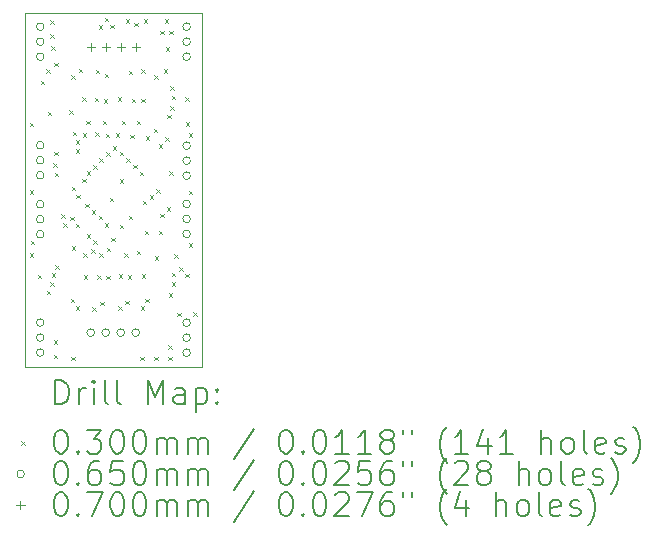
<source format=gbr>
%TF.GenerationSoftware,KiCad,Pcbnew,8.0.7-8.0.7-0~ubuntu24.04.1*%
%TF.CreationDate,2024-12-29T20:55:18-07:00*%
%TF.ProjectId,ESP32-S3 Hub,45535033-322d-4533-9320-4875622e6b69,V1*%
%TF.SameCoordinates,Original*%
%TF.FileFunction,Drillmap*%
%TF.FilePolarity,Positive*%
%FSLAX45Y45*%
G04 Gerber Fmt 4.5, Leading zero omitted, Abs format (unit mm)*
G04 Created by KiCad (PCBNEW 8.0.7-8.0.7-0~ubuntu24.04.1) date 2024-12-29 20:55:18*
%MOMM*%
%LPD*%
G01*
G04 APERTURE LIST*
%ADD10C,0.050000*%
%ADD11C,0.200000*%
%ADD12C,0.100000*%
G04 APERTURE END LIST*
D10*
X14790000Y-8180000D02*
X16290000Y-8180000D01*
X16290000Y-11180000D01*
X14790000Y-11180000D01*
X14790000Y-8180000D01*
D11*
D12*
X14833000Y-9111245D02*
X14863000Y-9141245D01*
X14863000Y-9111245D02*
X14833000Y-9141245D01*
X14833000Y-9685000D02*
X14863000Y-9715000D01*
X14863000Y-9685000D02*
X14833000Y-9715000D01*
X14833000Y-10218172D02*
X14863000Y-10248172D01*
X14863000Y-10218172D02*
X14833000Y-10248172D01*
X14839958Y-10112609D02*
X14869958Y-10142609D01*
X14869958Y-10112609D02*
X14839958Y-10142609D01*
X14898628Y-10398239D02*
X14928628Y-10428239D01*
X14928628Y-10398239D02*
X14898628Y-10428239D01*
X14923000Y-8756813D02*
X14953000Y-8786813D01*
X14953000Y-8756813D02*
X14923000Y-8786813D01*
X14971970Y-8660290D02*
X15001970Y-8690290D01*
X15001970Y-8660290D02*
X14971970Y-8690290D01*
X14975000Y-10534700D02*
X15005000Y-10564700D01*
X15005000Y-10534700D02*
X14975000Y-10564700D01*
X14985000Y-9020000D02*
X15015000Y-9050000D01*
X15015000Y-9020000D02*
X14985000Y-9050000D01*
X15005000Y-8245000D02*
X15035000Y-8275000D01*
X15035000Y-8245000D02*
X15005000Y-8275000D01*
X15005000Y-8363523D02*
X15035000Y-8393524D01*
X15035000Y-8363523D02*
X15005000Y-8393524D01*
X15006628Y-10461217D02*
X15036628Y-10491217D01*
X15036628Y-10461217D02*
X15006628Y-10491217D01*
X15015000Y-8465000D02*
X15045000Y-8495000D01*
X15045000Y-8465000D02*
X15015000Y-8495000D01*
X15017823Y-10386046D02*
X15047823Y-10416046D01*
X15047823Y-10386046D02*
X15017823Y-10416046D01*
X15031803Y-9456457D02*
X15061803Y-9486457D01*
X15061803Y-9456457D02*
X15031803Y-9486457D01*
X15035000Y-10955000D02*
X15065000Y-10985000D01*
X15065000Y-10955000D02*
X15035000Y-10985000D01*
X15035000Y-11075000D02*
X15065000Y-11105000D01*
X15065000Y-11075000D02*
X15035000Y-11105000D01*
X15038696Y-9356948D02*
X15068696Y-9386948D01*
X15068696Y-9356948D02*
X15038696Y-9386948D01*
X15039500Y-8605000D02*
X15069500Y-8635000D01*
X15069500Y-8605000D02*
X15039500Y-8635000D01*
X15045000Y-9535000D02*
X15075000Y-9565000D01*
X15075000Y-9535000D02*
X15045000Y-9565000D01*
X15049334Y-10316886D02*
X15079334Y-10346886D01*
X15079334Y-10316886D02*
X15049334Y-10346886D01*
X15099195Y-9889149D02*
X15129195Y-9919149D01*
X15129195Y-9889149D02*
X15099195Y-9919149D01*
X15114467Y-9964000D02*
X15144467Y-9994000D01*
X15144467Y-9964000D02*
X15114467Y-9994000D01*
X15164361Y-9006237D02*
X15194361Y-9036237D01*
X15194361Y-9006237D02*
X15164361Y-9036237D01*
X15172558Y-9908996D02*
X15202558Y-9938996D01*
X15202558Y-9908996D02*
X15172558Y-9938996D01*
X15178235Y-10602000D02*
X15208235Y-10632000D01*
X15208235Y-10602000D02*
X15178235Y-10632000D01*
X15183500Y-8712000D02*
X15213500Y-8742000D01*
X15213500Y-8712000D02*
X15183500Y-8742000D01*
X15185000Y-11095000D02*
X15215000Y-11125000D01*
X15215000Y-11095000D02*
X15185000Y-11125000D01*
X15186000Y-10156260D02*
X15216000Y-10186260D01*
X15216000Y-10156260D02*
X15186000Y-10186260D01*
X15188320Y-9654892D02*
X15218320Y-9684892D01*
X15218320Y-9654892D02*
X15188320Y-9684892D01*
X15196637Y-9188355D02*
X15226637Y-9218355D01*
X15226637Y-9188355D02*
X15196637Y-9218355D01*
X15219396Y-9260868D02*
X15249396Y-9290868D01*
X15249396Y-9260868D02*
X15219396Y-9290868D01*
X15219396Y-9336868D02*
X15249396Y-9366868D01*
X15249396Y-9336868D02*
X15219396Y-9366868D01*
X15220405Y-9968045D02*
X15250405Y-9998045D01*
X15250405Y-9968045D02*
X15220405Y-9998045D01*
X15221553Y-10664447D02*
X15251553Y-10694447D01*
X15251553Y-10664447D02*
X15221553Y-10694447D01*
X15226985Y-9720322D02*
X15256985Y-9750322D01*
X15256985Y-9720322D02*
X15226985Y-9750322D01*
X15246445Y-8657180D02*
X15276445Y-8687180D01*
X15276445Y-8657180D02*
X15246445Y-8687180D01*
X15274592Y-8897525D02*
X15304592Y-8927525D01*
X15304592Y-8897525D02*
X15274592Y-8927525D01*
X15274656Y-9588493D02*
X15304656Y-9618493D01*
X15304656Y-9588493D02*
X15274656Y-9618493D01*
X15280441Y-9203754D02*
X15310441Y-9233754D01*
X15310441Y-9203754D02*
X15280441Y-9233754D01*
X15285536Y-10216000D02*
X15315536Y-10246000D01*
X15315536Y-10216000D02*
X15285536Y-10246000D01*
X15288666Y-10405000D02*
X15318666Y-10435000D01*
X15318666Y-10405000D02*
X15288666Y-10435000D01*
X15303116Y-9797180D02*
X15333116Y-9827180D01*
X15333116Y-9797180D02*
X15303116Y-9827180D01*
X15311560Y-9095518D02*
X15341560Y-9125518D01*
X15341560Y-9095518D02*
X15311560Y-9125518D01*
X15313042Y-9522467D02*
X15343042Y-9552467D01*
X15343042Y-9522467D02*
X15313042Y-9552467D01*
X15315000Y-10055000D02*
X15345000Y-10085000D01*
X15345000Y-10055000D02*
X15315000Y-10085000D01*
X15353971Y-10182945D02*
X15383971Y-10212945D01*
X15383971Y-10182945D02*
X15353971Y-10212945D01*
X15356117Y-9851649D02*
X15386117Y-9881649D01*
X15386117Y-9851649D02*
X15356117Y-9881649D01*
X15358577Y-10673276D02*
X15388577Y-10703276D01*
X15388577Y-10673276D02*
X15358577Y-10703276D01*
X15369027Y-10108452D02*
X15399027Y-10138452D01*
X15399027Y-10108452D02*
X15369027Y-10138452D01*
X15370679Y-9471000D02*
X15400679Y-9501000D01*
X15400679Y-9471000D02*
X15370679Y-9501000D01*
X15383324Y-8901123D02*
X15413324Y-8931123D01*
X15413324Y-8901123D02*
X15383324Y-8931123D01*
X15388441Y-9194240D02*
X15418441Y-9224240D01*
X15418441Y-9194240D02*
X15388441Y-9224240D01*
X15392000Y-8665000D02*
X15422000Y-8695000D01*
X15422000Y-8665000D02*
X15392000Y-8695000D01*
X15405000Y-10405000D02*
X15435000Y-10435000D01*
X15435000Y-10405000D02*
X15405000Y-10435000D01*
X15414245Y-9900610D02*
X15444245Y-9930610D01*
X15444245Y-9900610D02*
X15414245Y-9930610D01*
X15415000Y-8285000D02*
X15445000Y-8315000D01*
X15445000Y-8285000D02*
X15415000Y-8315000D01*
X15420993Y-9413852D02*
X15450993Y-9443852D01*
X15450993Y-9413852D02*
X15420993Y-9443852D01*
X15422232Y-10216359D02*
X15452232Y-10246359D01*
X15452232Y-10216359D02*
X15422232Y-10246359D01*
X15428887Y-10628392D02*
X15458887Y-10658392D01*
X15458887Y-10628392D02*
X15428887Y-10658392D01*
X15448592Y-9095354D02*
X15478592Y-9125354D01*
X15478592Y-9095354D02*
X15448592Y-9125354D01*
X15458137Y-8914505D02*
X15488137Y-8944505D01*
X15488137Y-8914505D02*
X15458137Y-8944505D01*
X15465000Y-8223000D02*
X15495000Y-8253000D01*
X15495000Y-8223000D02*
X15465000Y-8253000D01*
X15465366Y-8696898D02*
X15495366Y-8726898D01*
X15495366Y-8696898D02*
X15465366Y-8726898D01*
X15467983Y-9962017D02*
X15497983Y-9992017D01*
X15497983Y-9962017D02*
X15467983Y-9992017D01*
X15475000Y-9207354D02*
X15505000Y-9237354D01*
X15505000Y-9207354D02*
X15475000Y-9237354D01*
X15478183Y-9361755D02*
X15508183Y-9391755D01*
X15508183Y-9361755D02*
X15478183Y-9391755D01*
X15480954Y-10407656D02*
X15510954Y-10437656D01*
X15510954Y-10407656D02*
X15480954Y-10437656D01*
X15483201Y-10170985D02*
X15513201Y-10200985D01*
X15513201Y-10170985D02*
X15483201Y-10200985D01*
X15509660Y-9749231D02*
X15539660Y-9779231D01*
X15539660Y-9749231D02*
X15509660Y-9779231D01*
X15511338Y-8283240D02*
X15541338Y-8313240D01*
X15541338Y-8283240D02*
X15511338Y-8313240D01*
X15523727Y-10085215D02*
X15553727Y-10115215D01*
X15553727Y-10085215D02*
X15523727Y-10115215D01*
X15534742Y-9310989D02*
X15564742Y-9340989D01*
X15564742Y-9310989D02*
X15534742Y-9340989D01*
X15560765Y-9202659D02*
X15590765Y-9232659D01*
X15590765Y-9202659D02*
X15560765Y-9232659D01*
X15575000Y-8898000D02*
X15605000Y-8928000D01*
X15605000Y-8898000D02*
X15575000Y-8928000D01*
X15582916Y-10667970D02*
X15612916Y-10697970D01*
X15612916Y-10667970D02*
X15582916Y-10697970D01*
X15584819Y-10395889D02*
X15614819Y-10425889D01*
X15614819Y-10395889D02*
X15584819Y-10425889D01*
X15592322Y-9592322D02*
X15622322Y-9622322D01*
X15622322Y-9592322D02*
X15592322Y-9622322D01*
X15593820Y-9976180D02*
X15623820Y-10006180D01*
X15623820Y-9976180D02*
X15593820Y-10006180D01*
X15595232Y-9357000D02*
X15625232Y-9387000D01*
X15625232Y-9357000D02*
X15595232Y-9387000D01*
X15609449Y-9095836D02*
X15639449Y-9125836D01*
X15639449Y-9095836D02*
X15609449Y-9125836D01*
X15630183Y-10216120D02*
X15660183Y-10246120D01*
X15660183Y-10216120D02*
X15630183Y-10246120D01*
X15640717Y-10618623D02*
X15670717Y-10648623D01*
X15670717Y-10618623D02*
X15640717Y-10648623D01*
X15645000Y-8235000D02*
X15675000Y-8265000D01*
X15675000Y-8235000D02*
X15645000Y-8265000D01*
X15650239Y-9411000D02*
X15680239Y-9441000D01*
X15680239Y-9411000D02*
X15650239Y-9441000D01*
X15660604Y-10401609D02*
X15690604Y-10431609D01*
X15690604Y-10401609D02*
X15660604Y-10431609D01*
X15669550Y-8672880D02*
X15699550Y-8702880D01*
X15699550Y-8672880D02*
X15669550Y-8702880D01*
X15671375Y-9901000D02*
X15701375Y-9931000D01*
X15701375Y-9901000D02*
X15671375Y-9931000D01*
X15680825Y-9212262D02*
X15710825Y-9242262D01*
X15710825Y-9212262D02*
X15680825Y-9242262D01*
X15697000Y-8910500D02*
X15727000Y-8940500D01*
X15727000Y-8910500D02*
X15697000Y-8940500D01*
X15706899Y-9467662D02*
X15736899Y-9497662D01*
X15736899Y-9467662D02*
X15706899Y-9497662D01*
X15715000Y-8265000D02*
X15745000Y-8295000D01*
X15745000Y-8265000D02*
X15715000Y-8295000D01*
X15739000Y-9095655D02*
X15769000Y-9125655D01*
X15769000Y-9095655D02*
X15739000Y-9125655D01*
X15739000Y-10198190D02*
X15769000Y-10228190D01*
X15769000Y-10198190D02*
X15739000Y-10228190D01*
X15762444Y-9527578D02*
X15792444Y-9557578D01*
X15792444Y-9527578D02*
X15762444Y-9557578D01*
X15765000Y-11095000D02*
X15795000Y-11125000D01*
X15795000Y-11095000D02*
X15765000Y-11125000D01*
X15770693Y-10666992D02*
X15800693Y-10696992D01*
X15800693Y-10666992D02*
X15770693Y-10696992D01*
X15777000Y-8910500D02*
X15807000Y-8940500D01*
X15807000Y-8910500D02*
X15777000Y-8940500D01*
X15777550Y-8658112D02*
X15807550Y-8688112D01*
X15807550Y-8658112D02*
X15777550Y-8688112D01*
X15781000Y-10396500D02*
X15811000Y-10426500D01*
X15811000Y-10396500D02*
X15781000Y-10426500D01*
X15789840Y-9774759D02*
X15819840Y-9804759D01*
X15819840Y-9774759D02*
X15789840Y-9804759D01*
X15795000Y-8235000D02*
X15825000Y-8265000D01*
X15825000Y-8235000D02*
X15795000Y-8265000D01*
X15805373Y-10026544D02*
X15835373Y-10056544D01*
X15835373Y-10026544D02*
X15805373Y-10056544D01*
X15810090Y-10602000D02*
X15840090Y-10632000D01*
X15840090Y-10602000D02*
X15810090Y-10632000D01*
X15815000Y-9229000D02*
X15845000Y-9259000D01*
X15845000Y-9229000D02*
X15815000Y-9259000D01*
X15849566Y-9727761D02*
X15879566Y-9757761D01*
X15879566Y-9727761D02*
X15849566Y-9757761D01*
X15881043Y-9161595D02*
X15911043Y-9191595D01*
X15911043Y-9161595D02*
X15881043Y-9191595D01*
X15885000Y-11095000D02*
X15915000Y-11125000D01*
X15915000Y-11095000D02*
X15885000Y-11125000D01*
X15887993Y-8712000D02*
X15917993Y-8742000D01*
X15917993Y-8712000D02*
X15887993Y-8742000D01*
X15889000Y-10242113D02*
X15919000Y-10272113D01*
X15919000Y-10242113D02*
X15889000Y-10272113D01*
X15903686Y-9673705D02*
X15933686Y-9703705D01*
X15933686Y-9673705D02*
X15903686Y-9703705D01*
X15925000Y-9295853D02*
X15955000Y-9325853D01*
X15955000Y-9295853D02*
X15925000Y-9325853D01*
X15925000Y-10026544D02*
X15955000Y-10056544D01*
X15955000Y-10026544D02*
X15925000Y-10056544D01*
X15935000Y-8335000D02*
X15965000Y-8365000D01*
X15965000Y-8335000D02*
X15935000Y-8365000D01*
X15937548Y-9882512D02*
X15967548Y-9912512D01*
X15967548Y-9882512D02*
X15937548Y-9912512D01*
X15965000Y-8658000D02*
X15995000Y-8688000D01*
X15995000Y-8658000D02*
X15965000Y-8688000D01*
X15975000Y-8235000D02*
X16005000Y-8265000D01*
X16005000Y-8235000D02*
X15975000Y-8265000D01*
X15979000Y-9235000D02*
X16009000Y-9265000D01*
X16009000Y-9235000D02*
X15979000Y-9265000D01*
X15985000Y-8475000D02*
X16015000Y-8505000D01*
X16015000Y-8475000D02*
X15985000Y-8505000D01*
X15990806Y-9828294D02*
X16020806Y-9858294D01*
X16020806Y-9828294D02*
X15990806Y-9858294D01*
X15995750Y-9045174D02*
X16025750Y-9075174D01*
X16025750Y-9045174D02*
X15995750Y-9075174D01*
X16005000Y-10995000D02*
X16035000Y-11025000D01*
X16035000Y-10995000D02*
X16005000Y-11025000D01*
X16005000Y-11095000D02*
X16035000Y-11125000D01*
X16035000Y-11095000D02*
X16005000Y-11125000D01*
X16009647Y-10556647D02*
X16039647Y-10586647D01*
X16039647Y-10556647D02*
X16009647Y-10586647D01*
X16015000Y-9525000D02*
X16045000Y-9555000D01*
X16045000Y-9525000D02*
X16015000Y-9555000D01*
X16015000Y-8335000D02*
X16045000Y-8365000D01*
X16045000Y-8335000D02*
X16015000Y-8365000D01*
X16019428Y-8803699D02*
X16049428Y-8833699D01*
X16049428Y-8803699D02*
X16019428Y-8833699D01*
X16021000Y-8973489D02*
X16051000Y-9003489D01*
X16051000Y-8973489D02*
X16021000Y-9003489D01*
X16035000Y-8885000D02*
X16065000Y-8915000D01*
X16065000Y-8885000D02*
X16035000Y-8915000D01*
X16035000Y-10465000D02*
X16065000Y-10495000D01*
X16065000Y-10465000D02*
X16035000Y-10495000D01*
X16035591Y-10383000D02*
X16065591Y-10413000D01*
X16065591Y-10383000D02*
X16035591Y-10413000D01*
X16055000Y-10225000D02*
X16085000Y-10255000D01*
X16085000Y-10225000D02*
X16055000Y-10255000D01*
X16080423Y-10719966D02*
X16110423Y-10749966D01*
X16110423Y-10719966D02*
X16080423Y-10749966D01*
X16095845Y-10336681D02*
X16125845Y-10366681D01*
X16125845Y-10336681D02*
X16095845Y-10366681D01*
X16149000Y-8895000D02*
X16179000Y-8925000D01*
X16179000Y-8895000D02*
X16149000Y-8925000D01*
X16149000Y-10391000D02*
X16179000Y-10421000D01*
X16179000Y-10391000D02*
X16149000Y-10421000D01*
X16153283Y-9106876D02*
X16183283Y-9136876D01*
X16183283Y-9106876D02*
X16153283Y-9136876D01*
X16177288Y-9200593D02*
X16207288Y-9230593D01*
X16207288Y-9200593D02*
X16177288Y-9230593D01*
X16177288Y-9689000D02*
X16207288Y-9719000D01*
X16207288Y-9689000D02*
X16177288Y-9719000D01*
X16177288Y-10135000D02*
X16207288Y-10165000D01*
X16207288Y-10135000D02*
X16177288Y-10165000D01*
X16217000Y-10715000D02*
X16247000Y-10745000D01*
X16247000Y-10715000D02*
X16217000Y-10745000D01*
X14952500Y-8300000D02*
G75*
G02*
X14887500Y-8300000I-32500J0D01*
G01*
X14887500Y-8300000D02*
G75*
G02*
X14952500Y-8300000I32500J0D01*
G01*
X14952500Y-8427000D02*
G75*
G02*
X14887500Y-8427000I-32500J0D01*
G01*
X14887500Y-8427000D02*
G75*
G02*
X14952500Y-8427000I32500J0D01*
G01*
X14952500Y-8554000D02*
G75*
G02*
X14887500Y-8554000I-32500J0D01*
G01*
X14887500Y-8554000D02*
G75*
G02*
X14952500Y-8554000I32500J0D01*
G01*
X14952500Y-9302500D02*
G75*
G02*
X14887500Y-9302500I-32500J0D01*
G01*
X14887500Y-9302500D02*
G75*
G02*
X14952500Y-9302500I32500J0D01*
G01*
X14952500Y-9429500D02*
G75*
G02*
X14887500Y-9429500I-32500J0D01*
G01*
X14887500Y-9429500D02*
G75*
G02*
X14952500Y-9429500I32500J0D01*
G01*
X14952500Y-9556500D02*
G75*
G02*
X14887500Y-9556500I-32500J0D01*
G01*
X14887500Y-9556500D02*
G75*
G02*
X14952500Y-9556500I32500J0D01*
G01*
X14952500Y-9802500D02*
G75*
G02*
X14887500Y-9802500I-32500J0D01*
G01*
X14887500Y-9802500D02*
G75*
G02*
X14952500Y-9802500I32500J0D01*
G01*
X14952500Y-9929500D02*
G75*
G02*
X14887500Y-9929500I-32500J0D01*
G01*
X14887500Y-9929500D02*
G75*
G02*
X14952500Y-9929500I32500J0D01*
G01*
X14952500Y-10056500D02*
G75*
G02*
X14887500Y-10056500I-32500J0D01*
G01*
X14887500Y-10056500D02*
G75*
G02*
X14952500Y-10056500I32500J0D01*
G01*
X14952500Y-10805000D02*
G75*
G02*
X14887500Y-10805000I-32500J0D01*
G01*
X14887500Y-10805000D02*
G75*
G02*
X14952500Y-10805000I32500J0D01*
G01*
X14952500Y-10932000D02*
G75*
G02*
X14887500Y-10932000I-32500J0D01*
G01*
X14887500Y-10932000D02*
G75*
G02*
X14952500Y-10932000I32500J0D01*
G01*
X14952500Y-11059000D02*
G75*
G02*
X14887500Y-11059000I-32500J0D01*
G01*
X14887500Y-11059000D02*
G75*
G02*
X14952500Y-11059000I32500J0D01*
G01*
X15380500Y-10890000D02*
G75*
G02*
X15315500Y-10890000I-32500J0D01*
G01*
X15315500Y-10890000D02*
G75*
G02*
X15380500Y-10890000I32500J0D01*
G01*
X15507500Y-10890000D02*
G75*
G02*
X15442500Y-10890000I-32500J0D01*
G01*
X15442500Y-10890000D02*
G75*
G02*
X15507500Y-10890000I32500J0D01*
G01*
X15634500Y-10890000D02*
G75*
G02*
X15569500Y-10890000I-32500J0D01*
G01*
X15569500Y-10890000D02*
G75*
G02*
X15634500Y-10890000I32500J0D01*
G01*
X15761500Y-10890000D02*
G75*
G02*
X15696500Y-10890000I-32500J0D01*
G01*
X15696500Y-10890000D02*
G75*
G02*
X15761500Y-10890000I32500J0D01*
G01*
X16192500Y-8298500D02*
G75*
G02*
X16127500Y-8298500I-32500J0D01*
G01*
X16127500Y-8298500D02*
G75*
G02*
X16192500Y-8298500I32500J0D01*
G01*
X16192500Y-8425500D02*
G75*
G02*
X16127500Y-8425500I-32500J0D01*
G01*
X16127500Y-8425500D02*
G75*
G02*
X16192500Y-8425500I32500J0D01*
G01*
X16192500Y-8552500D02*
G75*
G02*
X16127500Y-8552500I-32500J0D01*
G01*
X16127500Y-8552500D02*
G75*
G02*
X16192500Y-8552500I32500J0D01*
G01*
X16192500Y-9306000D02*
G75*
G02*
X16127500Y-9306000I-32500J0D01*
G01*
X16127500Y-9306000D02*
G75*
G02*
X16192500Y-9306000I32500J0D01*
G01*
X16192500Y-9433000D02*
G75*
G02*
X16127500Y-9433000I-32500J0D01*
G01*
X16127500Y-9433000D02*
G75*
G02*
X16192500Y-9433000I32500J0D01*
G01*
X16192500Y-9560000D02*
G75*
G02*
X16127500Y-9560000I-32500J0D01*
G01*
X16127500Y-9560000D02*
G75*
G02*
X16192500Y-9560000I32500J0D01*
G01*
X16192500Y-9800000D02*
G75*
G02*
X16127500Y-9800000I-32500J0D01*
G01*
X16127500Y-9800000D02*
G75*
G02*
X16192500Y-9800000I32500J0D01*
G01*
X16192500Y-9927000D02*
G75*
G02*
X16127500Y-9927000I-32500J0D01*
G01*
X16127500Y-9927000D02*
G75*
G02*
X16192500Y-9927000I32500J0D01*
G01*
X16192500Y-10054000D02*
G75*
G02*
X16127500Y-10054000I-32500J0D01*
G01*
X16127500Y-10054000D02*
G75*
G02*
X16192500Y-10054000I32500J0D01*
G01*
X16192500Y-10806000D02*
G75*
G02*
X16127500Y-10806000I-32500J0D01*
G01*
X16127500Y-10806000D02*
G75*
G02*
X16192500Y-10806000I32500J0D01*
G01*
X16192500Y-10933000D02*
G75*
G02*
X16127500Y-10933000I-32500J0D01*
G01*
X16127500Y-10933000D02*
G75*
G02*
X16192500Y-10933000I32500J0D01*
G01*
X16192500Y-11060000D02*
G75*
G02*
X16127500Y-11060000I-32500J0D01*
G01*
X16127500Y-11060000D02*
G75*
G02*
X16192500Y-11060000I32500J0D01*
G01*
X15349000Y-8435000D02*
X15349000Y-8505000D01*
X15314000Y-8470000D02*
X15384000Y-8470000D01*
X15476000Y-8435000D02*
X15476000Y-8505000D01*
X15441000Y-8470000D02*
X15511000Y-8470000D01*
X15603000Y-8435000D02*
X15603000Y-8505000D01*
X15568000Y-8470000D02*
X15638000Y-8470000D01*
X15730000Y-8435000D02*
X15730000Y-8505000D01*
X15695000Y-8470000D02*
X15765000Y-8470000D01*
D11*
X15048277Y-11493984D02*
X15048277Y-11293984D01*
X15048277Y-11293984D02*
X15095896Y-11293984D01*
X15095896Y-11293984D02*
X15124467Y-11303508D01*
X15124467Y-11303508D02*
X15143515Y-11322555D01*
X15143515Y-11322555D02*
X15153039Y-11341603D01*
X15153039Y-11341603D02*
X15162562Y-11379698D01*
X15162562Y-11379698D02*
X15162562Y-11408269D01*
X15162562Y-11408269D02*
X15153039Y-11446365D01*
X15153039Y-11446365D02*
X15143515Y-11465412D01*
X15143515Y-11465412D02*
X15124467Y-11484460D01*
X15124467Y-11484460D02*
X15095896Y-11493984D01*
X15095896Y-11493984D02*
X15048277Y-11493984D01*
X15248277Y-11493984D02*
X15248277Y-11360650D01*
X15248277Y-11398746D02*
X15257801Y-11379698D01*
X15257801Y-11379698D02*
X15267324Y-11370174D01*
X15267324Y-11370174D02*
X15286372Y-11360650D01*
X15286372Y-11360650D02*
X15305420Y-11360650D01*
X15372086Y-11493984D02*
X15372086Y-11360650D01*
X15372086Y-11293984D02*
X15362562Y-11303508D01*
X15362562Y-11303508D02*
X15372086Y-11313031D01*
X15372086Y-11313031D02*
X15381610Y-11303508D01*
X15381610Y-11303508D02*
X15372086Y-11293984D01*
X15372086Y-11293984D02*
X15372086Y-11313031D01*
X15495896Y-11493984D02*
X15476848Y-11484460D01*
X15476848Y-11484460D02*
X15467324Y-11465412D01*
X15467324Y-11465412D02*
X15467324Y-11293984D01*
X15600658Y-11493984D02*
X15581610Y-11484460D01*
X15581610Y-11484460D02*
X15572086Y-11465412D01*
X15572086Y-11465412D02*
X15572086Y-11293984D01*
X15829229Y-11493984D02*
X15829229Y-11293984D01*
X15829229Y-11293984D02*
X15895896Y-11436841D01*
X15895896Y-11436841D02*
X15962562Y-11293984D01*
X15962562Y-11293984D02*
X15962562Y-11493984D01*
X16143515Y-11493984D02*
X16143515Y-11389222D01*
X16143515Y-11389222D02*
X16133991Y-11370174D01*
X16133991Y-11370174D02*
X16114943Y-11360650D01*
X16114943Y-11360650D02*
X16076848Y-11360650D01*
X16076848Y-11360650D02*
X16057801Y-11370174D01*
X16143515Y-11484460D02*
X16124467Y-11493984D01*
X16124467Y-11493984D02*
X16076848Y-11493984D01*
X16076848Y-11493984D02*
X16057801Y-11484460D01*
X16057801Y-11484460D02*
X16048277Y-11465412D01*
X16048277Y-11465412D02*
X16048277Y-11446365D01*
X16048277Y-11446365D02*
X16057801Y-11427317D01*
X16057801Y-11427317D02*
X16076848Y-11417793D01*
X16076848Y-11417793D02*
X16124467Y-11417793D01*
X16124467Y-11417793D02*
X16143515Y-11408269D01*
X16238753Y-11360650D02*
X16238753Y-11560650D01*
X16238753Y-11370174D02*
X16257801Y-11360650D01*
X16257801Y-11360650D02*
X16295896Y-11360650D01*
X16295896Y-11360650D02*
X16314943Y-11370174D01*
X16314943Y-11370174D02*
X16324467Y-11379698D01*
X16324467Y-11379698D02*
X16333991Y-11398746D01*
X16333991Y-11398746D02*
X16333991Y-11455888D01*
X16333991Y-11455888D02*
X16324467Y-11474936D01*
X16324467Y-11474936D02*
X16314943Y-11484460D01*
X16314943Y-11484460D02*
X16295896Y-11493984D01*
X16295896Y-11493984D02*
X16257801Y-11493984D01*
X16257801Y-11493984D02*
X16238753Y-11484460D01*
X16419705Y-11474936D02*
X16429229Y-11484460D01*
X16429229Y-11484460D02*
X16419705Y-11493984D01*
X16419705Y-11493984D02*
X16410182Y-11484460D01*
X16410182Y-11484460D02*
X16419705Y-11474936D01*
X16419705Y-11474936D02*
X16419705Y-11493984D01*
X16419705Y-11370174D02*
X16429229Y-11379698D01*
X16429229Y-11379698D02*
X16419705Y-11389222D01*
X16419705Y-11389222D02*
X16410182Y-11379698D01*
X16410182Y-11379698D02*
X16419705Y-11370174D01*
X16419705Y-11370174D02*
X16419705Y-11389222D01*
D12*
X14757500Y-11807500D02*
X14787500Y-11837500D01*
X14787500Y-11807500D02*
X14757500Y-11837500D01*
D11*
X15086372Y-11713984D02*
X15105420Y-11713984D01*
X15105420Y-11713984D02*
X15124467Y-11723508D01*
X15124467Y-11723508D02*
X15133991Y-11733031D01*
X15133991Y-11733031D02*
X15143515Y-11752079D01*
X15143515Y-11752079D02*
X15153039Y-11790174D01*
X15153039Y-11790174D02*
X15153039Y-11837793D01*
X15153039Y-11837793D02*
X15143515Y-11875888D01*
X15143515Y-11875888D02*
X15133991Y-11894936D01*
X15133991Y-11894936D02*
X15124467Y-11904460D01*
X15124467Y-11904460D02*
X15105420Y-11913984D01*
X15105420Y-11913984D02*
X15086372Y-11913984D01*
X15086372Y-11913984D02*
X15067324Y-11904460D01*
X15067324Y-11904460D02*
X15057801Y-11894936D01*
X15057801Y-11894936D02*
X15048277Y-11875888D01*
X15048277Y-11875888D02*
X15038753Y-11837793D01*
X15038753Y-11837793D02*
X15038753Y-11790174D01*
X15038753Y-11790174D02*
X15048277Y-11752079D01*
X15048277Y-11752079D02*
X15057801Y-11733031D01*
X15057801Y-11733031D02*
X15067324Y-11723508D01*
X15067324Y-11723508D02*
X15086372Y-11713984D01*
X15238753Y-11894936D02*
X15248277Y-11904460D01*
X15248277Y-11904460D02*
X15238753Y-11913984D01*
X15238753Y-11913984D02*
X15229229Y-11904460D01*
X15229229Y-11904460D02*
X15238753Y-11894936D01*
X15238753Y-11894936D02*
X15238753Y-11913984D01*
X15314943Y-11713984D02*
X15438753Y-11713984D01*
X15438753Y-11713984D02*
X15372086Y-11790174D01*
X15372086Y-11790174D02*
X15400658Y-11790174D01*
X15400658Y-11790174D02*
X15419705Y-11799698D01*
X15419705Y-11799698D02*
X15429229Y-11809222D01*
X15429229Y-11809222D02*
X15438753Y-11828269D01*
X15438753Y-11828269D02*
X15438753Y-11875888D01*
X15438753Y-11875888D02*
X15429229Y-11894936D01*
X15429229Y-11894936D02*
X15419705Y-11904460D01*
X15419705Y-11904460D02*
X15400658Y-11913984D01*
X15400658Y-11913984D02*
X15343515Y-11913984D01*
X15343515Y-11913984D02*
X15324467Y-11904460D01*
X15324467Y-11904460D02*
X15314943Y-11894936D01*
X15562562Y-11713984D02*
X15581610Y-11713984D01*
X15581610Y-11713984D02*
X15600658Y-11723508D01*
X15600658Y-11723508D02*
X15610182Y-11733031D01*
X15610182Y-11733031D02*
X15619705Y-11752079D01*
X15619705Y-11752079D02*
X15629229Y-11790174D01*
X15629229Y-11790174D02*
X15629229Y-11837793D01*
X15629229Y-11837793D02*
X15619705Y-11875888D01*
X15619705Y-11875888D02*
X15610182Y-11894936D01*
X15610182Y-11894936D02*
X15600658Y-11904460D01*
X15600658Y-11904460D02*
X15581610Y-11913984D01*
X15581610Y-11913984D02*
X15562562Y-11913984D01*
X15562562Y-11913984D02*
X15543515Y-11904460D01*
X15543515Y-11904460D02*
X15533991Y-11894936D01*
X15533991Y-11894936D02*
X15524467Y-11875888D01*
X15524467Y-11875888D02*
X15514943Y-11837793D01*
X15514943Y-11837793D02*
X15514943Y-11790174D01*
X15514943Y-11790174D02*
X15524467Y-11752079D01*
X15524467Y-11752079D02*
X15533991Y-11733031D01*
X15533991Y-11733031D02*
X15543515Y-11723508D01*
X15543515Y-11723508D02*
X15562562Y-11713984D01*
X15753039Y-11713984D02*
X15772086Y-11713984D01*
X15772086Y-11713984D02*
X15791134Y-11723508D01*
X15791134Y-11723508D02*
X15800658Y-11733031D01*
X15800658Y-11733031D02*
X15810182Y-11752079D01*
X15810182Y-11752079D02*
X15819705Y-11790174D01*
X15819705Y-11790174D02*
X15819705Y-11837793D01*
X15819705Y-11837793D02*
X15810182Y-11875888D01*
X15810182Y-11875888D02*
X15800658Y-11894936D01*
X15800658Y-11894936D02*
X15791134Y-11904460D01*
X15791134Y-11904460D02*
X15772086Y-11913984D01*
X15772086Y-11913984D02*
X15753039Y-11913984D01*
X15753039Y-11913984D02*
X15733991Y-11904460D01*
X15733991Y-11904460D02*
X15724467Y-11894936D01*
X15724467Y-11894936D02*
X15714943Y-11875888D01*
X15714943Y-11875888D02*
X15705420Y-11837793D01*
X15705420Y-11837793D02*
X15705420Y-11790174D01*
X15705420Y-11790174D02*
X15714943Y-11752079D01*
X15714943Y-11752079D02*
X15724467Y-11733031D01*
X15724467Y-11733031D02*
X15733991Y-11723508D01*
X15733991Y-11723508D02*
X15753039Y-11713984D01*
X15905420Y-11913984D02*
X15905420Y-11780650D01*
X15905420Y-11799698D02*
X15914943Y-11790174D01*
X15914943Y-11790174D02*
X15933991Y-11780650D01*
X15933991Y-11780650D02*
X15962563Y-11780650D01*
X15962563Y-11780650D02*
X15981610Y-11790174D01*
X15981610Y-11790174D02*
X15991134Y-11809222D01*
X15991134Y-11809222D02*
X15991134Y-11913984D01*
X15991134Y-11809222D02*
X16000658Y-11790174D01*
X16000658Y-11790174D02*
X16019705Y-11780650D01*
X16019705Y-11780650D02*
X16048277Y-11780650D01*
X16048277Y-11780650D02*
X16067324Y-11790174D01*
X16067324Y-11790174D02*
X16076848Y-11809222D01*
X16076848Y-11809222D02*
X16076848Y-11913984D01*
X16172086Y-11913984D02*
X16172086Y-11780650D01*
X16172086Y-11799698D02*
X16181610Y-11790174D01*
X16181610Y-11790174D02*
X16200658Y-11780650D01*
X16200658Y-11780650D02*
X16229229Y-11780650D01*
X16229229Y-11780650D02*
X16248277Y-11790174D01*
X16248277Y-11790174D02*
X16257801Y-11809222D01*
X16257801Y-11809222D02*
X16257801Y-11913984D01*
X16257801Y-11809222D02*
X16267324Y-11790174D01*
X16267324Y-11790174D02*
X16286372Y-11780650D01*
X16286372Y-11780650D02*
X16314943Y-11780650D01*
X16314943Y-11780650D02*
X16333991Y-11790174D01*
X16333991Y-11790174D02*
X16343515Y-11809222D01*
X16343515Y-11809222D02*
X16343515Y-11913984D01*
X16733991Y-11704460D02*
X16562563Y-11961603D01*
X16991134Y-11713984D02*
X17010182Y-11713984D01*
X17010182Y-11713984D02*
X17029229Y-11723508D01*
X17029229Y-11723508D02*
X17038753Y-11733031D01*
X17038753Y-11733031D02*
X17048277Y-11752079D01*
X17048277Y-11752079D02*
X17057801Y-11790174D01*
X17057801Y-11790174D02*
X17057801Y-11837793D01*
X17057801Y-11837793D02*
X17048277Y-11875888D01*
X17048277Y-11875888D02*
X17038753Y-11894936D01*
X17038753Y-11894936D02*
X17029229Y-11904460D01*
X17029229Y-11904460D02*
X17010182Y-11913984D01*
X17010182Y-11913984D02*
X16991134Y-11913984D01*
X16991134Y-11913984D02*
X16972087Y-11904460D01*
X16972087Y-11904460D02*
X16962563Y-11894936D01*
X16962563Y-11894936D02*
X16953039Y-11875888D01*
X16953039Y-11875888D02*
X16943515Y-11837793D01*
X16943515Y-11837793D02*
X16943515Y-11790174D01*
X16943515Y-11790174D02*
X16953039Y-11752079D01*
X16953039Y-11752079D02*
X16962563Y-11733031D01*
X16962563Y-11733031D02*
X16972087Y-11723508D01*
X16972087Y-11723508D02*
X16991134Y-11713984D01*
X17143515Y-11894936D02*
X17153039Y-11904460D01*
X17153039Y-11904460D02*
X17143515Y-11913984D01*
X17143515Y-11913984D02*
X17133991Y-11904460D01*
X17133991Y-11904460D02*
X17143515Y-11894936D01*
X17143515Y-11894936D02*
X17143515Y-11913984D01*
X17276848Y-11713984D02*
X17295896Y-11713984D01*
X17295896Y-11713984D02*
X17314944Y-11723508D01*
X17314944Y-11723508D02*
X17324468Y-11733031D01*
X17324468Y-11733031D02*
X17333991Y-11752079D01*
X17333991Y-11752079D02*
X17343515Y-11790174D01*
X17343515Y-11790174D02*
X17343515Y-11837793D01*
X17343515Y-11837793D02*
X17333991Y-11875888D01*
X17333991Y-11875888D02*
X17324468Y-11894936D01*
X17324468Y-11894936D02*
X17314944Y-11904460D01*
X17314944Y-11904460D02*
X17295896Y-11913984D01*
X17295896Y-11913984D02*
X17276848Y-11913984D01*
X17276848Y-11913984D02*
X17257801Y-11904460D01*
X17257801Y-11904460D02*
X17248277Y-11894936D01*
X17248277Y-11894936D02*
X17238753Y-11875888D01*
X17238753Y-11875888D02*
X17229229Y-11837793D01*
X17229229Y-11837793D02*
X17229229Y-11790174D01*
X17229229Y-11790174D02*
X17238753Y-11752079D01*
X17238753Y-11752079D02*
X17248277Y-11733031D01*
X17248277Y-11733031D02*
X17257801Y-11723508D01*
X17257801Y-11723508D02*
X17276848Y-11713984D01*
X17533991Y-11913984D02*
X17419706Y-11913984D01*
X17476848Y-11913984D02*
X17476848Y-11713984D01*
X17476848Y-11713984D02*
X17457801Y-11742555D01*
X17457801Y-11742555D02*
X17438753Y-11761603D01*
X17438753Y-11761603D02*
X17419706Y-11771127D01*
X17724468Y-11913984D02*
X17610182Y-11913984D01*
X17667325Y-11913984D02*
X17667325Y-11713984D01*
X17667325Y-11713984D02*
X17648277Y-11742555D01*
X17648277Y-11742555D02*
X17629229Y-11761603D01*
X17629229Y-11761603D02*
X17610182Y-11771127D01*
X17838753Y-11799698D02*
X17819706Y-11790174D01*
X17819706Y-11790174D02*
X17810182Y-11780650D01*
X17810182Y-11780650D02*
X17800658Y-11761603D01*
X17800658Y-11761603D02*
X17800658Y-11752079D01*
X17800658Y-11752079D02*
X17810182Y-11733031D01*
X17810182Y-11733031D02*
X17819706Y-11723508D01*
X17819706Y-11723508D02*
X17838753Y-11713984D01*
X17838753Y-11713984D02*
X17876849Y-11713984D01*
X17876849Y-11713984D02*
X17895896Y-11723508D01*
X17895896Y-11723508D02*
X17905420Y-11733031D01*
X17905420Y-11733031D02*
X17914944Y-11752079D01*
X17914944Y-11752079D02*
X17914944Y-11761603D01*
X17914944Y-11761603D02*
X17905420Y-11780650D01*
X17905420Y-11780650D02*
X17895896Y-11790174D01*
X17895896Y-11790174D02*
X17876849Y-11799698D01*
X17876849Y-11799698D02*
X17838753Y-11799698D01*
X17838753Y-11799698D02*
X17819706Y-11809222D01*
X17819706Y-11809222D02*
X17810182Y-11818746D01*
X17810182Y-11818746D02*
X17800658Y-11837793D01*
X17800658Y-11837793D02*
X17800658Y-11875888D01*
X17800658Y-11875888D02*
X17810182Y-11894936D01*
X17810182Y-11894936D02*
X17819706Y-11904460D01*
X17819706Y-11904460D02*
X17838753Y-11913984D01*
X17838753Y-11913984D02*
X17876849Y-11913984D01*
X17876849Y-11913984D02*
X17895896Y-11904460D01*
X17895896Y-11904460D02*
X17905420Y-11894936D01*
X17905420Y-11894936D02*
X17914944Y-11875888D01*
X17914944Y-11875888D02*
X17914944Y-11837793D01*
X17914944Y-11837793D02*
X17905420Y-11818746D01*
X17905420Y-11818746D02*
X17895896Y-11809222D01*
X17895896Y-11809222D02*
X17876849Y-11799698D01*
X17991134Y-11713984D02*
X17991134Y-11752079D01*
X18067325Y-11713984D02*
X18067325Y-11752079D01*
X18362563Y-11990174D02*
X18353039Y-11980650D01*
X18353039Y-11980650D02*
X18333991Y-11952079D01*
X18333991Y-11952079D02*
X18324468Y-11933031D01*
X18324468Y-11933031D02*
X18314944Y-11904460D01*
X18314944Y-11904460D02*
X18305420Y-11856841D01*
X18305420Y-11856841D02*
X18305420Y-11818746D01*
X18305420Y-11818746D02*
X18314944Y-11771127D01*
X18314944Y-11771127D02*
X18324468Y-11742555D01*
X18324468Y-11742555D02*
X18333991Y-11723508D01*
X18333991Y-11723508D02*
X18353039Y-11694936D01*
X18353039Y-11694936D02*
X18362563Y-11685412D01*
X18543515Y-11913984D02*
X18429230Y-11913984D01*
X18486372Y-11913984D02*
X18486372Y-11713984D01*
X18486372Y-11713984D02*
X18467325Y-11742555D01*
X18467325Y-11742555D02*
X18448277Y-11761603D01*
X18448277Y-11761603D02*
X18429230Y-11771127D01*
X18714944Y-11780650D02*
X18714944Y-11913984D01*
X18667325Y-11704460D02*
X18619706Y-11847317D01*
X18619706Y-11847317D02*
X18743515Y-11847317D01*
X18924468Y-11913984D02*
X18810182Y-11913984D01*
X18867325Y-11913984D02*
X18867325Y-11713984D01*
X18867325Y-11713984D02*
X18848277Y-11742555D01*
X18848277Y-11742555D02*
X18829230Y-11761603D01*
X18829230Y-11761603D02*
X18810182Y-11771127D01*
X19162563Y-11913984D02*
X19162563Y-11713984D01*
X19248277Y-11913984D02*
X19248277Y-11809222D01*
X19248277Y-11809222D02*
X19238753Y-11790174D01*
X19238753Y-11790174D02*
X19219706Y-11780650D01*
X19219706Y-11780650D02*
X19191134Y-11780650D01*
X19191134Y-11780650D02*
X19172087Y-11790174D01*
X19172087Y-11790174D02*
X19162563Y-11799698D01*
X19372087Y-11913984D02*
X19353039Y-11904460D01*
X19353039Y-11904460D02*
X19343515Y-11894936D01*
X19343515Y-11894936D02*
X19333992Y-11875888D01*
X19333992Y-11875888D02*
X19333992Y-11818746D01*
X19333992Y-11818746D02*
X19343515Y-11799698D01*
X19343515Y-11799698D02*
X19353039Y-11790174D01*
X19353039Y-11790174D02*
X19372087Y-11780650D01*
X19372087Y-11780650D02*
X19400658Y-11780650D01*
X19400658Y-11780650D02*
X19419706Y-11790174D01*
X19419706Y-11790174D02*
X19429230Y-11799698D01*
X19429230Y-11799698D02*
X19438753Y-11818746D01*
X19438753Y-11818746D02*
X19438753Y-11875888D01*
X19438753Y-11875888D02*
X19429230Y-11894936D01*
X19429230Y-11894936D02*
X19419706Y-11904460D01*
X19419706Y-11904460D02*
X19400658Y-11913984D01*
X19400658Y-11913984D02*
X19372087Y-11913984D01*
X19553039Y-11913984D02*
X19533992Y-11904460D01*
X19533992Y-11904460D02*
X19524468Y-11885412D01*
X19524468Y-11885412D02*
X19524468Y-11713984D01*
X19705420Y-11904460D02*
X19686373Y-11913984D01*
X19686373Y-11913984D02*
X19648277Y-11913984D01*
X19648277Y-11913984D02*
X19629230Y-11904460D01*
X19629230Y-11904460D02*
X19619706Y-11885412D01*
X19619706Y-11885412D02*
X19619706Y-11809222D01*
X19619706Y-11809222D02*
X19629230Y-11790174D01*
X19629230Y-11790174D02*
X19648277Y-11780650D01*
X19648277Y-11780650D02*
X19686373Y-11780650D01*
X19686373Y-11780650D02*
X19705420Y-11790174D01*
X19705420Y-11790174D02*
X19714944Y-11809222D01*
X19714944Y-11809222D02*
X19714944Y-11828269D01*
X19714944Y-11828269D02*
X19619706Y-11847317D01*
X19791134Y-11904460D02*
X19810182Y-11913984D01*
X19810182Y-11913984D02*
X19848277Y-11913984D01*
X19848277Y-11913984D02*
X19867325Y-11904460D01*
X19867325Y-11904460D02*
X19876849Y-11885412D01*
X19876849Y-11885412D02*
X19876849Y-11875888D01*
X19876849Y-11875888D02*
X19867325Y-11856841D01*
X19867325Y-11856841D02*
X19848277Y-11847317D01*
X19848277Y-11847317D02*
X19819706Y-11847317D01*
X19819706Y-11847317D02*
X19800658Y-11837793D01*
X19800658Y-11837793D02*
X19791134Y-11818746D01*
X19791134Y-11818746D02*
X19791134Y-11809222D01*
X19791134Y-11809222D02*
X19800658Y-11790174D01*
X19800658Y-11790174D02*
X19819706Y-11780650D01*
X19819706Y-11780650D02*
X19848277Y-11780650D01*
X19848277Y-11780650D02*
X19867325Y-11790174D01*
X19943515Y-11990174D02*
X19953039Y-11980650D01*
X19953039Y-11980650D02*
X19972087Y-11952079D01*
X19972087Y-11952079D02*
X19981611Y-11933031D01*
X19981611Y-11933031D02*
X19991134Y-11904460D01*
X19991134Y-11904460D02*
X20000658Y-11856841D01*
X20000658Y-11856841D02*
X20000658Y-11818746D01*
X20000658Y-11818746D02*
X19991134Y-11771127D01*
X19991134Y-11771127D02*
X19981611Y-11742555D01*
X19981611Y-11742555D02*
X19972087Y-11723508D01*
X19972087Y-11723508D02*
X19953039Y-11694936D01*
X19953039Y-11694936D02*
X19943515Y-11685412D01*
D12*
X14787500Y-12086500D02*
G75*
G02*
X14722500Y-12086500I-32500J0D01*
G01*
X14722500Y-12086500D02*
G75*
G02*
X14787500Y-12086500I32500J0D01*
G01*
D11*
X15086372Y-11977984D02*
X15105420Y-11977984D01*
X15105420Y-11977984D02*
X15124467Y-11987508D01*
X15124467Y-11987508D02*
X15133991Y-11997031D01*
X15133991Y-11997031D02*
X15143515Y-12016079D01*
X15143515Y-12016079D02*
X15153039Y-12054174D01*
X15153039Y-12054174D02*
X15153039Y-12101793D01*
X15153039Y-12101793D02*
X15143515Y-12139888D01*
X15143515Y-12139888D02*
X15133991Y-12158936D01*
X15133991Y-12158936D02*
X15124467Y-12168460D01*
X15124467Y-12168460D02*
X15105420Y-12177984D01*
X15105420Y-12177984D02*
X15086372Y-12177984D01*
X15086372Y-12177984D02*
X15067324Y-12168460D01*
X15067324Y-12168460D02*
X15057801Y-12158936D01*
X15057801Y-12158936D02*
X15048277Y-12139888D01*
X15048277Y-12139888D02*
X15038753Y-12101793D01*
X15038753Y-12101793D02*
X15038753Y-12054174D01*
X15038753Y-12054174D02*
X15048277Y-12016079D01*
X15048277Y-12016079D02*
X15057801Y-11997031D01*
X15057801Y-11997031D02*
X15067324Y-11987508D01*
X15067324Y-11987508D02*
X15086372Y-11977984D01*
X15238753Y-12158936D02*
X15248277Y-12168460D01*
X15248277Y-12168460D02*
X15238753Y-12177984D01*
X15238753Y-12177984D02*
X15229229Y-12168460D01*
X15229229Y-12168460D02*
X15238753Y-12158936D01*
X15238753Y-12158936D02*
X15238753Y-12177984D01*
X15419705Y-11977984D02*
X15381610Y-11977984D01*
X15381610Y-11977984D02*
X15362562Y-11987508D01*
X15362562Y-11987508D02*
X15353039Y-11997031D01*
X15353039Y-11997031D02*
X15333991Y-12025603D01*
X15333991Y-12025603D02*
X15324467Y-12063698D01*
X15324467Y-12063698D02*
X15324467Y-12139888D01*
X15324467Y-12139888D02*
X15333991Y-12158936D01*
X15333991Y-12158936D02*
X15343515Y-12168460D01*
X15343515Y-12168460D02*
X15362562Y-12177984D01*
X15362562Y-12177984D02*
X15400658Y-12177984D01*
X15400658Y-12177984D02*
X15419705Y-12168460D01*
X15419705Y-12168460D02*
X15429229Y-12158936D01*
X15429229Y-12158936D02*
X15438753Y-12139888D01*
X15438753Y-12139888D02*
X15438753Y-12092269D01*
X15438753Y-12092269D02*
X15429229Y-12073222D01*
X15429229Y-12073222D02*
X15419705Y-12063698D01*
X15419705Y-12063698D02*
X15400658Y-12054174D01*
X15400658Y-12054174D02*
X15362562Y-12054174D01*
X15362562Y-12054174D02*
X15343515Y-12063698D01*
X15343515Y-12063698D02*
X15333991Y-12073222D01*
X15333991Y-12073222D02*
X15324467Y-12092269D01*
X15619705Y-11977984D02*
X15524467Y-11977984D01*
X15524467Y-11977984D02*
X15514943Y-12073222D01*
X15514943Y-12073222D02*
X15524467Y-12063698D01*
X15524467Y-12063698D02*
X15543515Y-12054174D01*
X15543515Y-12054174D02*
X15591134Y-12054174D01*
X15591134Y-12054174D02*
X15610182Y-12063698D01*
X15610182Y-12063698D02*
X15619705Y-12073222D01*
X15619705Y-12073222D02*
X15629229Y-12092269D01*
X15629229Y-12092269D02*
X15629229Y-12139888D01*
X15629229Y-12139888D02*
X15619705Y-12158936D01*
X15619705Y-12158936D02*
X15610182Y-12168460D01*
X15610182Y-12168460D02*
X15591134Y-12177984D01*
X15591134Y-12177984D02*
X15543515Y-12177984D01*
X15543515Y-12177984D02*
X15524467Y-12168460D01*
X15524467Y-12168460D02*
X15514943Y-12158936D01*
X15753039Y-11977984D02*
X15772086Y-11977984D01*
X15772086Y-11977984D02*
X15791134Y-11987508D01*
X15791134Y-11987508D02*
X15800658Y-11997031D01*
X15800658Y-11997031D02*
X15810182Y-12016079D01*
X15810182Y-12016079D02*
X15819705Y-12054174D01*
X15819705Y-12054174D02*
X15819705Y-12101793D01*
X15819705Y-12101793D02*
X15810182Y-12139888D01*
X15810182Y-12139888D02*
X15800658Y-12158936D01*
X15800658Y-12158936D02*
X15791134Y-12168460D01*
X15791134Y-12168460D02*
X15772086Y-12177984D01*
X15772086Y-12177984D02*
X15753039Y-12177984D01*
X15753039Y-12177984D02*
X15733991Y-12168460D01*
X15733991Y-12168460D02*
X15724467Y-12158936D01*
X15724467Y-12158936D02*
X15714943Y-12139888D01*
X15714943Y-12139888D02*
X15705420Y-12101793D01*
X15705420Y-12101793D02*
X15705420Y-12054174D01*
X15705420Y-12054174D02*
X15714943Y-12016079D01*
X15714943Y-12016079D02*
X15724467Y-11997031D01*
X15724467Y-11997031D02*
X15733991Y-11987508D01*
X15733991Y-11987508D02*
X15753039Y-11977984D01*
X15905420Y-12177984D02*
X15905420Y-12044650D01*
X15905420Y-12063698D02*
X15914943Y-12054174D01*
X15914943Y-12054174D02*
X15933991Y-12044650D01*
X15933991Y-12044650D02*
X15962563Y-12044650D01*
X15962563Y-12044650D02*
X15981610Y-12054174D01*
X15981610Y-12054174D02*
X15991134Y-12073222D01*
X15991134Y-12073222D02*
X15991134Y-12177984D01*
X15991134Y-12073222D02*
X16000658Y-12054174D01*
X16000658Y-12054174D02*
X16019705Y-12044650D01*
X16019705Y-12044650D02*
X16048277Y-12044650D01*
X16048277Y-12044650D02*
X16067324Y-12054174D01*
X16067324Y-12054174D02*
X16076848Y-12073222D01*
X16076848Y-12073222D02*
X16076848Y-12177984D01*
X16172086Y-12177984D02*
X16172086Y-12044650D01*
X16172086Y-12063698D02*
X16181610Y-12054174D01*
X16181610Y-12054174D02*
X16200658Y-12044650D01*
X16200658Y-12044650D02*
X16229229Y-12044650D01*
X16229229Y-12044650D02*
X16248277Y-12054174D01*
X16248277Y-12054174D02*
X16257801Y-12073222D01*
X16257801Y-12073222D02*
X16257801Y-12177984D01*
X16257801Y-12073222D02*
X16267324Y-12054174D01*
X16267324Y-12054174D02*
X16286372Y-12044650D01*
X16286372Y-12044650D02*
X16314943Y-12044650D01*
X16314943Y-12044650D02*
X16333991Y-12054174D01*
X16333991Y-12054174D02*
X16343515Y-12073222D01*
X16343515Y-12073222D02*
X16343515Y-12177984D01*
X16733991Y-11968460D02*
X16562563Y-12225603D01*
X16991134Y-11977984D02*
X17010182Y-11977984D01*
X17010182Y-11977984D02*
X17029229Y-11987508D01*
X17029229Y-11987508D02*
X17038753Y-11997031D01*
X17038753Y-11997031D02*
X17048277Y-12016079D01*
X17048277Y-12016079D02*
X17057801Y-12054174D01*
X17057801Y-12054174D02*
X17057801Y-12101793D01*
X17057801Y-12101793D02*
X17048277Y-12139888D01*
X17048277Y-12139888D02*
X17038753Y-12158936D01*
X17038753Y-12158936D02*
X17029229Y-12168460D01*
X17029229Y-12168460D02*
X17010182Y-12177984D01*
X17010182Y-12177984D02*
X16991134Y-12177984D01*
X16991134Y-12177984D02*
X16972087Y-12168460D01*
X16972087Y-12168460D02*
X16962563Y-12158936D01*
X16962563Y-12158936D02*
X16953039Y-12139888D01*
X16953039Y-12139888D02*
X16943515Y-12101793D01*
X16943515Y-12101793D02*
X16943515Y-12054174D01*
X16943515Y-12054174D02*
X16953039Y-12016079D01*
X16953039Y-12016079D02*
X16962563Y-11997031D01*
X16962563Y-11997031D02*
X16972087Y-11987508D01*
X16972087Y-11987508D02*
X16991134Y-11977984D01*
X17143515Y-12158936D02*
X17153039Y-12168460D01*
X17153039Y-12168460D02*
X17143515Y-12177984D01*
X17143515Y-12177984D02*
X17133991Y-12168460D01*
X17133991Y-12168460D02*
X17143515Y-12158936D01*
X17143515Y-12158936D02*
X17143515Y-12177984D01*
X17276848Y-11977984D02*
X17295896Y-11977984D01*
X17295896Y-11977984D02*
X17314944Y-11987508D01*
X17314944Y-11987508D02*
X17324468Y-11997031D01*
X17324468Y-11997031D02*
X17333991Y-12016079D01*
X17333991Y-12016079D02*
X17343515Y-12054174D01*
X17343515Y-12054174D02*
X17343515Y-12101793D01*
X17343515Y-12101793D02*
X17333991Y-12139888D01*
X17333991Y-12139888D02*
X17324468Y-12158936D01*
X17324468Y-12158936D02*
X17314944Y-12168460D01*
X17314944Y-12168460D02*
X17295896Y-12177984D01*
X17295896Y-12177984D02*
X17276848Y-12177984D01*
X17276848Y-12177984D02*
X17257801Y-12168460D01*
X17257801Y-12168460D02*
X17248277Y-12158936D01*
X17248277Y-12158936D02*
X17238753Y-12139888D01*
X17238753Y-12139888D02*
X17229229Y-12101793D01*
X17229229Y-12101793D02*
X17229229Y-12054174D01*
X17229229Y-12054174D02*
X17238753Y-12016079D01*
X17238753Y-12016079D02*
X17248277Y-11997031D01*
X17248277Y-11997031D02*
X17257801Y-11987508D01*
X17257801Y-11987508D02*
X17276848Y-11977984D01*
X17419706Y-11997031D02*
X17429229Y-11987508D01*
X17429229Y-11987508D02*
X17448277Y-11977984D01*
X17448277Y-11977984D02*
X17495896Y-11977984D01*
X17495896Y-11977984D02*
X17514944Y-11987508D01*
X17514944Y-11987508D02*
X17524468Y-11997031D01*
X17524468Y-11997031D02*
X17533991Y-12016079D01*
X17533991Y-12016079D02*
X17533991Y-12035127D01*
X17533991Y-12035127D02*
X17524468Y-12063698D01*
X17524468Y-12063698D02*
X17410182Y-12177984D01*
X17410182Y-12177984D02*
X17533991Y-12177984D01*
X17714944Y-11977984D02*
X17619706Y-11977984D01*
X17619706Y-11977984D02*
X17610182Y-12073222D01*
X17610182Y-12073222D02*
X17619706Y-12063698D01*
X17619706Y-12063698D02*
X17638753Y-12054174D01*
X17638753Y-12054174D02*
X17686372Y-12054174D01*
X17686372Y-12054174D02*
X17705420Y-12063698D01*
X17705420Y-12063698D02*
X17714944Y-12073222D01*
X17714944Y-12073222D02*
X17724468Y-12092269D01*
X17724468Y-12092269D02*
X17724468Y-12139888D01*
X17724468Y-12139888D02*
X17714944Y-12158936D01*
X17714944Y-12158936D02*
X17705420Y-12168460D01*
X17705420Y-12168460D02*
X17686372Y-12177984D01*
X17686372Y-12177984D02*
X17638753Y-12177984D01*
X17638753Y-12177984D02*
X17619706Y-12168460D01*
X17619706Y-12168460D02*
X17610182Y-12158936D01*
X17895896Y-11977984D02*
X17857801Y-11977984D01*
X17857801Y-11977984D02*
X17838753Y-11987508D01*
X17838753Y-11987508D02*
X17829229Y-11997031D01*
X17829229Y-11997031D02*
X17810182Y-12025603D01*
X17810182Y-12025603D02*
X17800658Y-12063698D01*
X17800658Y-12063698D02*
X17800658Y-12139888D01*
X17800658Y-12139888D02*
X17810182Y-12158936D01*
X17810182Y-12158936D02*
X17819706Y-12168460D01*
X17819706Y-12168460D02*
X17838753Y-12177984D01*
X17838753Y-12177984D02*
X17876849Y-12177984D01*
X17876849Y-12177984D02*
X17895896Y-12168460D01*
X17895896Y-12168460D02*
X17905420Y-12158936D01*
X17905420Y-12158936D02*
X17914944Y-12139888D01*
X17914944Y-12139888D02*
X17914944Y-12092269D01*
X17914944Y-12092269D02*
X17905420Y-12073222D01*
X17905420Y-12073222D02*
X17895896Y-12063698D01*
X17895896Y-12063698D02*
X17876849Y-12054174D01*
X17876849Y-12054174D02*
X17838753Y-12054174D01*
X17838753Y-12054174D02*
X17819706Y-12063698D01*
X17819706Y-12063698D02*
X17810182Y-12073222D01*
X17810182Y-12073222D02*
X17800658Y-12092269D01*
X17991134Y-11977984D02*
X17991134Y-12016079D01*
X18067325Y-11977984D02*
X18067325Y-12016079D01*
X18362563Y-12254174D02*
X18353039Y-12244650D01*
X18353039Y-12244650D02*
X18333991Y-12216079D01*
X18333991Y-12216079D02*
X18324468Y-12197031D01*
X18324468Y-12197031D02*
X18314944Y-12168460D01*
X18314944Y-12168460D02*
X18305420Y-12120841D01*
X18305420Y-12120841D02*
X18305420Y-12082746D01*
X18305420Y-12082746D02*
X18314944Y-12035127D01*
X18314944Y-12035127D02*
X18324468Y-12006555D01*
X18324468Y-12006555D02*
X18333991Y-11987508D01*
X18333991Y-11987508D02*
X18353039Y-11958936D01*
X18353039Y-11958936D02*
X18362563Y-11949412D01*
X18429230Y-11997031D02*
X18438753Y-11987508D01*
X18438753Y-11987508D02*
X18457801Y-11977984D01*
X18457801Y-11977984D02*
X18505420Y-11977984D01*
X18505420Y-11977984D02*
X18524468Y-11987508D01*
X18524468Y-11987508D02*
X18533991Y-11997031D01*
X18533991Y-11997031D02*
X18543515Y-12016079D01*
X18543515Y-12016079D02*
X18543515Y-12035127D01*
X18543515Y-12035127D02*
X18533991Y-12063698D01*
X18533991Y-12063698D02*
X18419706Y-12177984D01*
X18419706Y-12177984D02*
X18543515Y-12177984D01*
X18657801Y-12063698D02*
X18638753Y-12054174D01*
X18638753Y-12054174D02*
X18629230Y-12044650D01*
X18629230Y-12044650D02*
X18619706Y-12025603D01*
X18619706Y-12025603D02*
X18619706Y-12016079D01*
X18619706Y-12016079D02*
X18629230Y-11997031D01*
X18629230Y-11997031D02*
X18638753Y-11987508D01*
X18638753Y-11987508D02*
X18657801Y-11977984D01*
X18657801Y-11977984D02*
X18695896Y-11977984D01*
X18695896Y-11977984D02*
X18714944Y-11987508D01*
X18714944Y-11987508D02*
X18724468Y-11997031D01*
X18724468Y-11997031D02*
X18733991Y-12016079D01*
X18733991Y-12016079D02*
X18733991Y-12025603D01*
X18733991Y-12025603D02*
X18724468Y-12044650D01*
X18724468Y-12044650D02*
X18714944Y-12054174D01*
X18714944Y-12054174D02*
X18695896Y-12063698D01*
X18695896Y-12063698D02*
X18657801Y-12063698D01*
X18657801Y-12063698D02*
X18638753Y-12073222D01*
X18638753Y-12073222D02*
X18629230Y-12082746D01*
X18629230Y-12082746D02*
X18619706Y-12101793D01*
X18619706Y-12101793D02*
X18619706Y-12139888D01*
X18619706Y-12139888D02*
X18629230Y-12158936D01*
X18629230Y-12158936D02*
X18638753Y-12168460D01*
X18638753Y-12168460D02*
X18657801Y-12177984D01*
X18657801Y-12177984D02*
X18695896Y-12177984D01*
X18695896Y-12177984D02*
X18714944Y-12168460D01*
X18714944Y-12168460D02*
X18724468Y-12158936D01*
X18724468Y-12158936D02*
X18733991Y-12139888D01*
X18733991Y-12139888D02*
X18733991Y-12101793D01*
X18733991Y-12101793D02*
X18724468Y-12082746D01*
X18724468Y-12082746D02*
X18714944Y-12073222D01*
X18714944Y-12073222D02*
X18695896Y-12063698D01*
X18972087Y-12177984D02*
X18972087Y-11977984D01*
X19057801Y-12177984D02*
X19057801Y-12073222D01*
X19057801Y-12073222D02*
X19048277Y-12054174D01*
X19048277Y-12054174D02*
X19029230Y-12044650D01*
X19029230Y-12044650D02*
X19000658Y-12044650D01*
X19000658Y-12044650D02*
X18981611Y-12054174D01*
X18981611Y-12054174D02*
X18972087Y-12063698D01*
X19181611Y-12177984D02*
X19162563Y-12168460D01*
X19162563Y-12168460D02*
X19153039Y-12158936D01*
X19153039Y-12158936D02*
X19143515Y-12139888D01*
X19143515Y-12139888D02*
X19143515Y-12082746D01*
X19143515Y-12082746D02*
X19153039Y-12063698D01*
X19153039Y-12063698D02*
X19162563Y-12054174D01*
X19162563Y-12054174D02*
X19181611Y-12044650D01*
X19181611Y-12044650D02*
X19210182Y-12044650D01*
X19210182Y-12044650D02*
X19229230Y-12054174D01*
X19229230Y-12054174D02*
X19238753Y-12063698D01*
X19238753Y-12063698D02*
X19248277Y-12082746D01*
X19248277Y-12082746D02*
X19248277Y-12139888D01*
X19248277Y-12139888D02*
X19238753Y-12158936D01*
X19238753Y-12158936D02*
X19229230Y-12168460D01*
X19229230Y-12168460D02*
X19210182Y-12177984D01*
X19210182Y-12177984D02*
X19181611Y-12177984D01*
X19362563Y-12177984D02*
X19343515Y-12168460D01*
X19343515Y-12168460D02*
X19333992Y-12149412D01*
X19333992Y-12149412D02*
X19333992Y-11977984D01*
X19514944Y-12168460D02*
X19495896Y-12177984D01*
X19495896Y-12177984D02*
X19457801Y-12177984D01*
X19457801Y-12177984D02*
X19438753Y-12168460D01*
X19438753Y-12168460D02*
X19429230Y-12149412D01*
X19429230Y-12149412D02*
X19429230Y-12073222D01*
X19429230Y-12073222D02*
X19438753Y-12054174D01*
X19438753Y-12054174D02*
X19457801Y-12044650D01*
X19457801Y-12044650D02*
X19495896Y-12044650D01*
X19495896Y-12044650D02*
X19514944Y-12054174D01*
X19514944Y-12054174D02*
X19524468Y-12073222D01*
X19524468Y-12073222D02*
X19524468Y-12092269D01*
X19524468Y-12092269D02*
X19429230Y-12111317D01*
X19600658Y-12168460D02*
X19619706Y-12177984D01*
X19619706Y-12177984D02*
X19657801Y-12177984D01*
X19657801Y-12177984D02*
X19676849Y-12168460D01*
X19676849Y-12168460D02*
X19686373Y-12149412D01*
X19686373Y-12149412D02*
X19686373Y-12139888D01*
X19686373Y-12139888D02*
X19676849Y-12120841D01*
X19676849Y-12120841D02*
X19657801Y-12111317D01*
X19657801Y-12111317D02*
X19629230Y-12111317D01*
X19629230Y-12111317D02*
X19610182Y-12101793D01*
X19610182Y-12101793D02*
X19600658Y-12082746D01*
X19600658Y-12082746D02*
X19600658Y-12073222D01*
X19600658Y-12073222D02*
X19610182Y-12054174D01*
X19610182Y-12054174D02*
X19629230Y-12044650D01*
X19629230Y-12044650D02*
X19657801Y-12044650D01*
X19657801Y-12044650D02*
X19676849Y-12054174D01*
X19753039Y-12254174D02*
X19762563Y-12244650D01*
X19762563Y-12244650D02*
X19781611Y-12216079D01*
X19781611Y-12216079D02*
X19791134Y-12197031D01*
X19791134Y-12197031D02*
X19800658Y-12168460D01*
X19800658Y-12168460D02*
X19810182Y-12120841D01*
X19810182Y-12120841D02*
X19810182Y-12082746D01*
X19810182Y-12082746D02*
X19800658Y-12035127D01*
X19800658Y-12035127D02*
X19791134Y-12006555D01*
X19791134Y-12006555D02*
X19781611Y-11987508D01*
X19781611Y-11987508D02*
X19762563Y-11958936D01*
X19762563Y-11958936D02*
X19753039Y-11949412D01*
D12*
X14752500Y-12315500D02*
X14752500Y-12385500D01*
X14717500Y-12350500D02*
X14787500Y-12350500D01*
D11*
X15086372Y-12241984D02*
X15105420Y-12241984D01*
X15105420Y-12241984D02*
X15124467Y-12251508D01*
X15124467Y-12251508D02*
X15133991Y-12261031D01*
X15133991Y-12261031D02*
X15143515Y-12280079D01*
X15143515Y-12280079D02*
X15153039Y-12318174D01*
X15153039Y-12318174D02*
X15153039Y-12365793D01*
X15153039Y-12365793D02*
X15143515Y-12403888D01*
X15143515Y-12403888D02*
X15133991Y-12422936D01*
X15133991Y-12422936D02*
X15124467Y-12432460D01*
X15124467Y-12432460D02*
X15105420Y-12441984D01*
X15105420Y-12441984D02*
X15086372Y-12441984D01*
X15086372Y-12441984D02*
X15067324Y-12432460D01*
X15067324Y-12432460D02*
X15057801Y-12422936D01*
X15057801Y-12422936D02*
X15048277Y-12403888D01*
X15048277Y-12403888D02*
X15038753Y-12365793D01*
X15038753Y-12365793D02*
X15038753Y-12318174D01*
X15038753Y-12318174D02*
X15048277Y-12280079D01*
X15048277Y-12280079D02*
X15057801Y-12261031D01*
X15057801Y-12261031D02*
X15067324Y-12251508D01*
X15067324Y-12251508D02*
X15086372Y-12241984D01*
X15238753Y-12422936D02*
X15248277Y-12432460D01*
X15248277Y-12432460D02*
X15238753Y-12441984D01*
X15238753Y-12441984D02*
X15229229Y-12432460D01*
X15229229Y-12432460D02*
X15238753Y-12422936D01*
X15238753Y-12422936D02*
X15238753Y-12441984D01*
X15314943Y-12241984D02*
X15448277Y-12241984D01*
X15448277Y-12241984D02*
X15362562Y-12441984D01*
X15562562Y-12241984D02*
X15581610Y-12241984D01*
X15581610Y-12241984D02*
X15600658Y-12251508D01*
X15600658Y-12251508D02*
X15610182Y-12261031D01*
X15610182Y-12261031D02*
X15619705Y-12280079D01*
X15619705Y-12280079D02*
X15629229Y-12318174D01*
X15629229Y-12318174D02*
X15629229Y-12365793D01*
X15629229Y-12365793D02*
X15619705Y-12403888D01*
X15619705Y-12403888D02*
X15610182Y-12422936D01*
X15610182Y-12422936D02*
X15600658Y-12432460D01*
X15600658Y-12432460D02*
X15581610Y-12441984D01*
X15581610Y-12441984D02*
X15562562Y-12441984D01*
X15562562Y-12441984D02*
X15543515Y-12432460D01*
X15543515Y-12432460D02*
X15533991Y-12422936D01*
X15533991Y-12422936D02*
X15524467Y-12403888D01*
X15524467Y-12403888D02*
X15514943Y-12365793D01*
X15514943Y-12365793D02*
X15514943Y-12318174D01*
X15514943Y-12318174D02*
X15524467Y-12280079D01*
X15524467Y-12280079D02*
X15533991Y-12261031D01*
X15533991Y-12261031D02*
X15543515Y-12251508D01*
X15543515Y-12251508D02*
X15562562Y-12241984D01*
X15753039Y-12241984D02*
X15772086Y-12241984D01*
X15772086Y-12241984D02*
X15791134Y-12251508D01*
X15791134Y-12251508D02*
X15800658Y-12261031D01*
X15800658Y-12261031D02*
X15810182Y-12280079D01*
X15810182Y-12280079D02*
X15819705Y-12318174D01*
X15819705Y-12318174D02*
X15819705Y-12365793D01*
X15819705Y-12365793D02*
X15810182Y-12403888D01*
X15810182Y-12403888D02*
X15800658Y-12422936D01*
X15800658Y-12422936D02*
X15791134Y-12432460D01*
X15791134Y-12432460D02*
X15772086Y-12441984D01*
X15772086Y-12441984D02*
X15753039Y-12441984D01*
X15753039Y-12441984D02*
X15733991Y-12432460D01*
X15733991Y-12432460D02*
X15724467Y-12422936D01*
X15724467Y-12422936D02*
X15714943Y-12403888D01*
X15714943Y-12403888D02*
X15705420Y-12365793D01*
X15705420Y-12365793D02*
X15705420Y-12318174D01*
X15705420Y-12318174D02*
X15714943Y-12280079D01*
X15714943Y-12280079D02*
X15724467Y-12261031D01*
X15724467Y-12261031D02*
X15733991Y-12251508D01*
X15733991Y-12251508D02*
X15753039Y-12241984D01*
X15905420Y-12441984D02*
X15905420Y-12308650D01*
X15905420Y-12327698D02*
X15914943Y-12318174D01*
X15914943Y-12318174D02*
X15933991Y-12308650D01*
X15933991Y-12308650D02*
X15962563Y-12308650D01*
X15962563Y-12308650D02*
X15981610Y-12318174D01*
X15981610Y-12318174D02*
X15991134Y-12337222D01*
X15991134Y-12337222D02*
X15991134Y-12441984D01*
X15991134Y-12337222D02*
X16000658Y-12318174D01*
X16000658Y-12318174D02*
X16019705Y-12308650D01*
X16019705Y-12308650D02*
X16048277Y-12308650D01*
X16048277Y-12308650D02*
X16067324Y-12318174D01*
X16067324Y-12318174D02*
X16076848Y-12337222D01*
X16076848Y-12337222D02*
X16076848Y-12441984D01*
X16172086Y-12441984D02*
X16172086Y-12308650D01*
X16172086Y-12327698D02*
X16181610Y-12318174D01*
X16181610Y-12318174D02*
X16200658Y-12308650D01*
X16200658Y-12308650D02*
X16229229Y-12308650D01*
X16229229Y-12308650D02*
X16248277Y-12318174D01*
X16248277Y-12318174D02*
X16257801Y-12337222D01*
X16257801Y-12337222D02*
X16257801Y-12441984D01*
X16257801Y-12337222D02*
X16267324Y-12318174D01*
X16267324Y-12318174D02*
X16286372Y-12308650D01*
X16286372Y-12308650D02*
X16314943Y-12308650D01*
X16314943Y-12308650D02*
X16333991Y-12318174D01*
X16333991Y-12318174D02*
X16343515Y-12337222D01*
X16343515Y-12337222D02*
X16343515Y-12441984D01*
X16733991Y-12232460D02*
X16562563Y-12489603D01*
X16991134Y-12241984D02*
X17010182Y-12241984D01*
X17010182Y-12241984D02*
X17029229Y-12251508D01*
X17029229Y-12251508D02*
X17038753Y-12261031D01*
X17038753Y-12261031D02*
X17048277Y-12280079D01*
X17048277Y-12280079D02*
X17057801Y-12318174D01*
X17057801Y-12318174D02*
X17057801Y-12365793D01*
X17057801Y-12365793D02*
X17048277Y-12403888D01*
X17048277Y-12403888D02*
X17038753Y-12422936D01*
X17038753Y-12422936D02*
X17029229Y-12432460D01*
X17029229Y-12432460D02*
X17010182Y-12441984D01*
X17010182Y-12441984D02*
X16991134Y-12441984D01*
X16991134Y-12441984D02*
X16972087Y-12432460D01*
X16972087Y-12432460D02*
X16962563Y-12422936D01*
X16962563Y-12422936D02*
X16953039Y-12403888D01*
X16953039Y-12403888D02*
X16943515Y-12365793D01*
X16943515Y-12365793D02*
X16943515Y-12318174D01*
X16943515Y-12318174D02*
X16953039Y-12280079D01*
X16953039Y-12280079D02*
X16962563Y-12261031D01*
X16962563Y-12261031D02*
X16972087Y-12251508D01*
X16972087Y-12251508D02*
X16991134Y-12241984D01*
X17143515Y-12422936D02*
X17153039Y-12432460D01*
X17153039Y-12432460D02*
X17143515Y-12441984D01*
X17143515Y-12441984D02*
X17133991Y-12432460D01*
X17133991Y-12432460D02*
X17143515Y-12422936D01*
X17143515Y-12422936D02*
X17143515Y-12441984D01*
X17276848Y-12241984D02*
X17295896Y-12241984D01*
X17295896Y-12241984D02*
X17314944Y-12251508D01*
X17314944Y-12251508D02*
X17324468Y-12261031D01*
X17324468Y-12261031D02*
X17333991Y-12280079D01*
X17333991Y-12280079D02*
X17343515Y-12318174D01*
X17343515Y-12318174D02*
X17343515Y-12365793D01*
X17343515Y-12365793D02*
X17333991Y-12403888D01*
X17333991Y-12403888D02*
X17324468Y-12422936D01*
X17324468Y-12422936D02*
X17314944Y-12432460D01*
X17314944Y-12432460D02*
X17295896Y-12441984D01*
X17295896Y-12441984D02*
X17276848Y-12441984D01*
X17276848Y-12441984D02*
X17257801Y-12432460D01*
X17257801Y-12432460D02*
X17248277Y-12422936D01*
X17248277Y-12422936D02*
X17238753Y-12403888D01*
X17238753Y-12403888D02*
X17229229Y-12365793D01*
X17229229Y-12365793D02*
X17229229Y-12318174D01*
X17229229Y-12318174D02*
X17238753Y-12280079D01*
X17238753Y-12280079D02*
X17248277Y-12261031D01*
X17248277Y-12261031D02*
X17257801Y-12251508D01*
X17257801Y-12251508D02*
X17276848Y-12241984D01*
X17419706Y-12261031D02*
X17429229Y-12251508D01*
X17429229Y-12251508D02*
X17448277Y-12241984D01*
X17448277Y-12241984D02*
X17495896Y-12241984D01*
X17495896Y-12241984D02*
X17514944Y-12251508D01*
X17514944Y-12251508D02*
X17524468Y-12261031D01*
X17524468Y-12261031D02*
X17533991Y-12280079D01*
X17533991Y-12280079D02*
X17533991Y-12299127D01*
X17533991Y-12299127D02*
X17524468Y-12327698D01*
X17524468Y-12327698D02*
X17410182Y-12441984D01*
X17410182Y-12441984D02*
X17533991Y-12441984D01*
X17600658Y-12241984D02*
X17733991Y-12241984D01*
X17733991Y-12241984D02*
X17648277Y-12441984D01*
X17895896Y-12241984D02*
X17857801Y-12241984D01*
X17857801Y-12241984D02*
X17838753Y-12251508D01*
X17838753Y-12251508D02*
X17829229Y-12261031D01*
X17829229Y-12261031D02*
X17810182Y-12289603D01*
X17810182Y-12289603D02*
X17800658Y-12327698D01*
X17800658Y-12327698D02*
X17800658Y-12403888D01*
X17800658Y-12403888D02*
X17810182Y-12422936D01*
X17810182Y-12422936D02*
X17819706Y-12432460D01*
X17819706Y-12432460D02*
X17838753Y-12441984D01*
X17838753Y-12441984D02*
X17876849Y-12441984D01*
X17876849Y-12441984D02*
X17895896Y-12432460D01*
X17895896Y-12432460D02*
X17905420Y-12422936D01*
X17905420Y-12422936D02*
X17914944Y-12403888D01*
X17914944Y-12403888D02*
X17914944Y-12356269D01*
X17914944Y-12356269D02*
X17905420Y-12337222D01*
X17905420Y-12337222D02*
X17895896Y-12327698D01*
X17895896Y-12327698D02*
X17876849Y-12318174D01*
X17876849Y-12318174D02*
X17838753Y-12318174D01*
X17838753Y-12318174D02*
X17819706Y-12327698D01*
X17819706Y-12327698D02*
X17810182Y-12337222D01*
X17810182Y-12337222D02*
X17800658Y-12356269D01*
X17991134Y-12241984D02*
X17991134Y-12280079D01*
X18067325Y-12241984D02*
X18067325Y-12280079D01*
X18362563Y-12518174D02*
X18353039Y-12508650D01*
X18353039Y-12508650D02*
X18333991Y-12480079D01*
X18333991Y-12480079D02*
X18324468Y-12461031D01*
X18324468Y-12461031D02*
X18314944Y-12432460D01*
X18314944Y-12432460D02*
X18305420Y-12384841D01*
X18305420Y-12384841D02*
X18305420Y-12346746D01*
X18305420Y-12346746D02*
X18314944Y-12299127D01*
X18314944Y-12299127D02*
X18324468Y-12270555D01*
X18324468Y-12270555D02*
X18333991Y-12251508D01*
X18333991Y-12251508D02*
X18353039Y-12222936D01*
X18353039Y-12222936D02*
X18362563Y-12213412D01*
X18524468Y-12308650D02*
X18524468Y-12441984D01*
X18476849Y-12232460D02*
X18429230Y-12375317D01*
X18429230Y-12375317D02*
X18553039Y-12375317D01*
X18781611Y-12441984D02*
X18781611Y-12241984D01*
X18867325Y-12441984D02*
X18867325Y-12337222D01*
X18867325Y-12337222D02*
X18857801Y-12318174D01*
X18857801Y-12318174D02*
X18838753Y-12308650D01*
X18838753Y-12308650D02*
X18810182Y-12308650D01*
X18810182Y-12308650D02*
X18791134Y-12318174D01*
X18791134Y-12318174D02*
X18781611Y-12327698D01*
X18991134Y-12441984D02*
X18972087Y-12432460D01*
X18972087Y-12432460D02*
X18962563Y-12422936D01*
X18962563Y-12422936D02*
X18953039Y-12403888D01*
X18953039Y-12403888D02*
X18953039Y-12346746D01*
X18953039Y-12346746D02*
X18962563Y-12327698D01*
X18962563Y-12327698D02*
X18972087Y-12318174D01*
X18972087Y-12318174D02*
X18991134Y-12308650D01*
X18991134Y-12308650D02*
X19019706Y-12308650D01*
X19019706Y-12308650D02*
X19038753Y-12318174D01*
X19038753Y-12318174D02*
X19048277Y-12327698D01*
X19048277Y-12327698D02*
X19057801Y-12346746D01*
X19057801Y-12346746D02*
X19057801Y-12403888D01*
X19057801Y-12403888D02*
X19048277Y-12422936D01*
X19048277Y-12422936D02*
X19038753Y-12432460D01*
X19038753Y-12432460D02*
X19019706Y-12441984D01*
X19019706Y-12441984D02*
X18991134Y-12441984D01*
X19172087Y-12441984D02*
X19153039Y-12432460D01*
X19153039Y-12432460D02*
X19143515Y-12413412D01*
X19143515Y-12413412D02*
X19143515Y-12241984D01*
X19324468Y-12432460D02*
X19305420Y-12441984D01*
X19305420Y-12441984D02*
X19267325Y-12441984D01*
X19267325Y-12441984D02*
X19248277Y-12432460D01*
X19248277Y-12432460D02*
X19238753Y-12413412D01*
X19238753Y-12413412D02*
X19238753Y-12337222D01*
X19238753Y-12337222D02*
X19248277Y-12318174D01*
X19248277Y-12318174D02*
X19267325Y-12308650D01*
X19267325Y-12308650D02*
X19305420Y-12308650D01*
X19305420Y-12308650D02*
X19324468Y-12318174D01*
X19324468Y-12318174D02*
X19333992Y-12337222D01*
X19333992Y-12337222D02*
X19333992Y-12356269D01*
X19333992Y-12356269D02*
X19238753Y-12375317D01*
X19410182Y-12432460D02*
X19429230Y-12441984D01*
X19429230Y-12441984D02*
X19467325Y-12441984D01*
X19467325Y-12441984D02*
X19486373Y-12432460D01*
X19486373Y-12432460D02*
X19495896Y-12413412D01*
X19495896Y-12413412D02*
X19495896Y-12403888D01*
X19495896Y-12403888D02*
X19486373Y-12384841D01*
X19486373Y-12384841D02*
X19467325Y-12375317D01*
X19467325Y-12375317D02*
X19438753Y-12375317D01*
X19438753Y-12375317D02*
X19419706Y-12365793D01*
X19419706Y-12365793D02*
X19410182Y-12346746D01*
X19410182Y-12346746D02*
X19410182Y-12337222D01*
X19410182Y-12337222D02*
X19419706Y-12318174D01*
X19419706Y-12318174D02*
X19438753Y-12308650D01*
X19438753Y-12308650D02*
X19467325Y-12308650D01*
X19467325Y-12308650D02*
X19486373Y-12318174D01*
X19562563Y-12518174D02*
X19572087Y-12508650D01*
X19572087Y-12508650D02*
X19591134Y-12480079D01*
X19591134Y-12480079D02*
X19600658Y-12461031D01*
X19600658Y-12461031D02*
X19610182Y-12432460D01*
X19610182Y-12432460D02*
X19619706Y-12384841D01*
X19619706Y-12384841D02*
X19619706Y-12346746D01*
X19619706Y-12346746D02*
X19610182Y-12299127D01*
X19610182Y-12299127D02*
X19600658Y-12270555D01*
X19600658Y-12270555D02*
X19591134Y-12251508D01*
X19591134Y-12251508D02*
X19572087Y-12222936D01*
X19572087Y-12222936D02*
X19562563Y-12213412D01*
M02*

</source>
